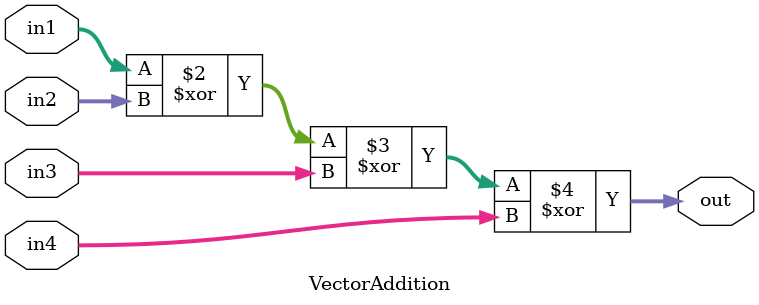
<source format=v>
`timescale 1ns / 1ps


module VectorAddition #(parameter BITS=4) (
    input wire [1:BITS]in1,
    input wire [1:BITS]in2,
    input wire [1:BITS]in3,
    input wire [1:BITS]in4,
    output reg [1:BITS]out
);

always @ (*) begin
    out = in1 ^ in2;
    out = out ^ in3;
    out = out ^ in4;
end

endmodule
</source>
